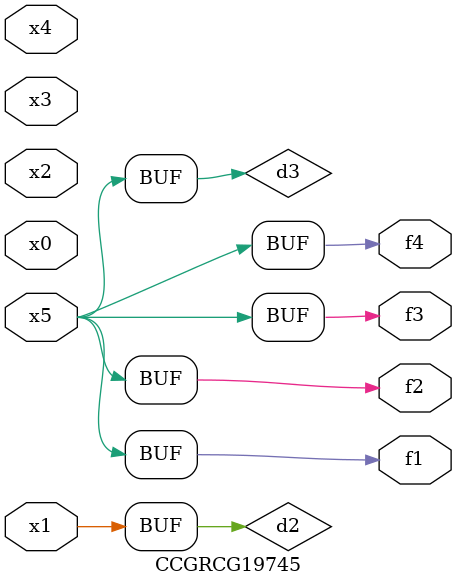
<source format=v>
module CCGRCG19745(
	input x0, x1, x2, x3, x4, x5,
	output f1, f2, f3, f4
);

	wire d1, d2, d3;

	not (d1, x5);
	or (d2, x1);
	xnor (d3, d1);
	assign f1 = d3;
	assign f2 = d3;
	assign f3 = d3;
	assign f4 = d3;
endmodule

</source>
